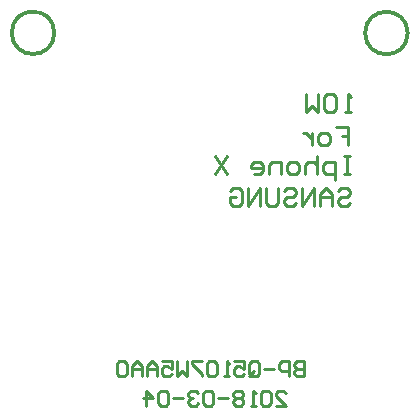
<source format=gbo>
%FSLAX25Y25*%
%MOIN*%
G70*
G01*
G75*
G04 Layer_Color=32896*
%ADD10C,0.00787*%
%ADD11C,0.01181*%
%ADD12C,0.00984*%
%ADD13R,0.01969X0.02362*%
%ADD14R,0.03937X0.03150*%
%ADD15R,0.03150X0.03543*%
%ADD16R,0.02756X0.01575*%
%ADD17R,0.02362X0.01969*%
%ADD18R,0.04724X0.03543*%
%ADD19R,0.03937X0.02756*%
%ADD20R,0.01969X0.03937*%
%ADD21R,0.02362X0.03937*%
%ADD22O,0.07874X0.05906*%
%ADD23R,0.07874X0.05906*%
%ADD24R,0.03937X0.04724*%
%ADD25R,0.03543X0.03937*%
%ADD26R,0.04921X0.02362*%
%ADD27O,0.04921X0.02362*%
%ADD28R,0.04724X0.03937*%
%ADD29R,0.03543X0.02362*%
%ADD30R,0.06299X0.04921*%
%ADD31O,0.02362X0.07874*%
%ADD32R,0.04724X0.01575*%
%ADD33O,0.02362X0.07874*%
%ADD34R,0.03400X0.10000*%
%ADD35R,0.03400X0.05000*%
%ADD36R,0.02362X0.03543*%
G04:AMPARAMS|DCode=37|XSize=59.06mil|YSize=78.74mil|CornerRadius=0mil|HoleSize=0mil|Usage=FLASHONLY|Rotation=45.000|XOffset=0mil|YOffset=0mil|HoleType=Round|Shape=Round|*
%AMOVALD37*
21,1,0.01969,0.05906,0.00000,0.00000,135.0*
1,1,0.05906,0.00696,-0.00696*
1,1,0.05906,-0.00696,0.00696*
%
%ADD37OVALD37*%

%ADD38R,0.01575X0.04921*%
%ADD39R,0.02362X0.05315*%
%ADD40C,0.01969*%
%ADD41C,0.03937*%
%ADD42C,0.05906*%
%ADD43R,0.06717X0.02806*%
%ADD44R,0.15106X0.14091*%
%ADD45R,0.12325X0.05909*%
%ADD46R,0.08728X0.04000*%
%ADD47R,0.07905X0.22706*%
%ADD48R,0.47900X0.06374*%
%ADD49R,0.06200X0.11200*%
%ADD50R,0.02400X0.07447*%
%ADD51R,0.11060X0.04191*%
%ADD52R,0.38700X0.08270*%
%ADD53R,0.31672X0.09600*%
%ADD54C,0.03937*%
%ADD55C,0.09843*%
%ADD56O,0.11811X0.09843*%
%ADD57C,0.05118*%
%ADD58O,0.04331X0.07087*%
%ADD59C,0.02362*%
%ADD60C,0.07874*%
%ADD61R,0.07874X0.07874*%
%ADD62R,0.05906X0.07874*%
%ADD63C,0.04724*%
%ADD64C,0.00197*%
%ADD65C,0.00394*%
%ADD66C,0.00591*%
%ADD67C,0.01969*%
%ADD68C,0.00250*%
%ADD69C,0.00200*%
%ADD70C,0.00500*%
%ADD71C,0.00374*%
%ADD72C,0.00400*%
%ADD73C,0.00800*%
%ADD74R,0.00200X0.00700*%
%ADD75R,0.00300X0.00600*%
%ADD76R,0.00300X0.00500*%
%ADD77O,0.05906X0.09843*%
%ADD78C,0.05906*%
%ADD79R,0.11083X0.10189*%
%ADD80R,0.15688X0.05292*%
%ADD81R,0.02769X0.03162*%
%ADD82R,0.04737X0.03950*%
%ADD83R,0.03950X0.04343*%
%ADD84R,0.03556X0.02375*%
%ADD85R,0.03162X0.02769*%
%ADD86R,0.05524X0.04343*%
%ADD87R,0.04737X0.03556*%
%ADD88R,0.02769X0.04737*%
%ADD89R,0.03162X0.04737*%
%ADD90O,0.08674X0.06706*%
%ADD91R,0.08674X0.06706*%
%ADD92R,0.04737X0.05524*%
%ADD93R,0.04343X0.04737*%
%ADD94R,0.05721X0.03162*%
%ADD95O,0.05721X0.03162*%
%ADD96R,0.05524X0.04737*%
%ADD97R,0.04343X0.03162*%
%ADD98R,0.07099X0.05721*%
%ADD99O,0.03162X0.08674*%
%ADD100R,0.05524X0.02375*%
%ADD101O,0.03162X0.08674*%
%ADD102R,0.04200X0.10800*%
%ADD103R,0.04200X0.05800*%
%ADD104R,0.03162X0.04343*%
G04:AMPARAMS|DCode=105|XSize=67.06mil|YSize=86.74mil|CornerRadius=0mil|HoleSize=0mil|Usage=FLASHONLY|Rotation=45.000|XOffset=0mil|YOffset=0mil|HoleType=Round|Shape=Round|*
%AMOVALD105*
21,1,0.01969,0.06706,0.00000,0.00000,135.0*
1,1,0.06706,0.00696,-0.00696*
1,1,0.06706,-0.00696,0.00696*
%
%ADD105OVALD105*%

%ADD106C,0.04737*%
%ADD107C,0.10642*%
%ADD108O,0.12611X0.10642*%
%ADD109C,0.03162*%
%ADD110R,0.08674X0.08674*%
%ADD111R,0.06706X0.08674*%
%ADD112C,0.05524*%
%ADD113C,0.01000*%
D11*
X65892Y65974D02*
G03*
X65892Y65974I-7087J0D01*
G01*
X-51908Y66074D02*
G03*
X-51908Y66074I-7087J0D01*
G01*
D113*
X21896Y-58200D02*
X25228D01*
X21896Y-54868D01*
Y-54035D01*
X22729Y-53202D01*
X24395D01*
X25228Y-54035D01*
X20230D02*
X19397Y-53202D01*
X17731D01*
X16898Y-54035D01*
Y-57367D01*
X17731Y-58200D01*
X19397D01*
X20230Y-57367D01*
Y-54035D01*
X15232Y-58200D02*
X13566D01*
X14399D01*
Y-53202D01*
X15232Y-54035D01*
X11066D02*
X10233Y-53202D01*
X8567D01*
X7734Y-54035D01*
Y-54868D01*
X8567Y-55701D01*
X7734Y-56534D01*
Y-57367D01*
X8567Y-58200D01*
X10233D01*
X11066Y-57367D01*
Y-56534D01*
X10233Y-55701D01*
X11066Y-54868D01*
Y-54035D01*
X10233Y-55701D02*
X8567D01*
X6068D02*
X2736D01*
X1070Y-54035D02*
X237Y-53202D01*
X-1430D01*
X-2263Y-54035D01*
Y-57367D01*
X-1430Y-58200D01*
X237D01*
X1070Y-57367D01*
Y-54035D01*
X-3929D02*
X-4762Y-53202D01*
X-6428D01*
X-7261Y-54035D01*
Y-54868D01*
X-6428Y-55701D01*
X-5595D01*
X-6428D01*
X-7261Y-56534D01*
Y-57367D01*
X-6428Y-58200D01*
X-4762D01*
X-3929Y-57367D01*
X-8927Y-55701D02*
X-12259D01*
X-13926Y-54035D02*
X-14759Y-53202D01*
X-16425D01*
X-17258Y-54035D01*
Y-57367D01*
X-16425Y-58200D01*
X-14759D01*
X-13926Y-57367D01*
Y-54035D01*
X-21423Y-58200D02*
Y-53202D01*
X-18924Y-55701D01*
X-22256D01*
X31417Y-43492D02*
Y-48491D01*
X28918D01*
X28085Y-47657D01*
Y-46824D01*
X28918Y-45991D01*
X31417D01*
X28918D01*
X28085Y-45158D01*
Y-44325D01*
X28918Y-43492D01*
X31417D01*
X26419Y-48491D02*
Y-43492D01*
X23920D01*
X23087Y-44325D01*
Y-45991D01*
X23920Y-46824D01*
X26419D01*
X21420Y-45991D02*
X18088D01*
X13090Y-47657D02*
Y-44325D01*
X13923Y-43492D01*
X15589D01*
X16422Y-44325D01*
Y-47657D01*
X15589Y-48491D01*
X13923D01*
X14756Y-46824D02*
X13090Y-48491D01*
X13923D02*
X13090Y-47657D01*
X8091Y-43492D02*
X11424D01*
Y-45991D01*
X9758Y-45158D01*
X8924D01*
X8091Y-45991D01*
Y-47657D01*
X8924Y-48491D01*
X10591D01*
X11424Y-47657D01*
X6425Y-48491D02*
X4759D01*
X5592D01*
Y-43492D01*
X6425Y-44325D01*
X2260D02*
X1427Y-43492D01*
X-239D01*
X-1072Y-44325D01*
Y-47657D01*
X-239Y-48491D01*
X1427D01*
X2260Y-47657D01*
Y-44325D01*
X-2738Y-43492D02*
X-6071D01*
Y-44325D01*
X-2738Y-47657D01*
Y-48491D01*
X-7737Y-43492D02*
Y-48491D01*
X-9403Y-46824D01*
X-11069Y-48491D01*
Y-43492D01*
X-16067D02*
X-12735D01*
Y-45991D01*
X-14401Y-45158D01*
X-15234D01*
X-16067Y-45991D01*
Y-47657D01*
X-15234Y-48491D01*
X-13568D01*
X-12735Y-47657D01*
X-17734Y-48491D02*
Y-45158D01*
X-19400Y-43492D01*
X-21066Y-45158D01*
Y-48491D01*
Y-45991D01*
X-17734D01*
X-22732Y-48491D02*
Y-45158D01*
X-24398Y-43492D01*
X-26064Y-45158D01*
Y-48491D01*
Y-45991D01*
X-22732D01*
X-27730Y-44325D02*
X-28563Y-43492D01*
X-30229D01*
X-31063Y-44325D01*
Y-47657D01*
X-30229Y-48491D01*
X-28563D01*
X-27730Y-47657D01*
Y-44325D01*
X46887Y39514D02*
X44888D01*
X45888D01*
Y45512D01*
X46887Y44513D01*
X41889D02*
X40889Y45512D01*
X38890D01*
X37890Y44513D01*
Y40514D01*
X38890Y39514D01*
X40889D01*
X41889Y40514D01*
Y44513D01*
X35891Y45512D02*
Y39514D01*
X33891Y41513D01*
X31892Y39514D01*
Y45512D01*
X42101Y34498D02*
X46100D01*
Y31499D01*
X44101D01*
X46100D01*
Y28500D01*
X39102D02*
X37103D01*
X36103Y29500D01*
Y31499D01*
X37103Y32499D01*
X39102D01*
X40102Y31499D01*
Y29500D01*
X39102Y28500D01*
X34104Y32499D02*
Y28500D01*
Y30499D01*
X33104Y31499D01*
X32105Y32499D01*
X31105D01*
X42801Y13298D02*
X43801Y14298D01*
X45800D01*
X46800Y13298D01*
Y12299D01*
X45800Y11299D01*
X43801D01*
X42801Y10299D01*
Y9300D01*
X43801Y8300D01*
X45800D01*
X46800Y9300D01*
X40802Y8300D02*
Y12299D01*
X38803Y14298D01*
X36803Y12299D01*
Y8300D01*
Y11299D01*
X40802D01*
X34804Y8300D02*
Y14298D01*
X30805Y8300D01*
Y14298D01*
X24807Y13298D02*
X25807Y14298D01*
X27806D01*
X28806Y13298D01*
Y12299D01*
X27806Y11299D01*
X25807D01*
X24807Y10299D01*
Y9300D01*
X25807Y8300D01*
X27806D01*
X28806Y9300D01*
X22808Y14298D02*
Y9300D01*
X21808Y8300D01*
X19809D01*
X18809Y9300D01*
Y14298D01*
X16810Y8300D02*
Y14298D01*
X12811Y8300D01*
Y14298D01*
X6813Y13298D02*
X7813Y14298D01*
X9812D01*
X10812Y13298D01*
Y9300D01*
X9812Y8300D01*
X7813D01*
X6813Y9300D01*
Y11299D01*
X8812D01*
X46630Y25101D02*
X44631D01*
X45630D01*
Y19103D01*
X46630D01*
X44631D01*
X41631Y17104D02*
Y23102D01*
X38633D01*
X37633Y22102D01*
Y20102D01*
X38633Y19103D01*
X41631D01*
X35634Y25101D02*
Y19103D01*
Y22102D01*
X34634Y23102D01*
X32634D01*
X31635Y22102D01*
Y19103D01*
X28636D02*
X26636D01*
X25637Y20102D01*
Y22102D01*
X26636Y23102D01*
X28636D01*
X29635Y22102D01*
Y20102D01*
X28636Y19103D01*
X23637D02*
Y23102D01*
X20638D01*
X19639Y22102D01*
Y19103D01*
X14640D02*
X16640D01*
X17639Y20102D01*
Y22102D01*
X16640Y23102D01*
X14640D01*
X13641Y22102D01*
Y21102D01*
X17639D01*
X5643Y25101D02*
X1644Y19103D01*
Y25101D02*
X5643Y19103D01*
M02*

</source>
